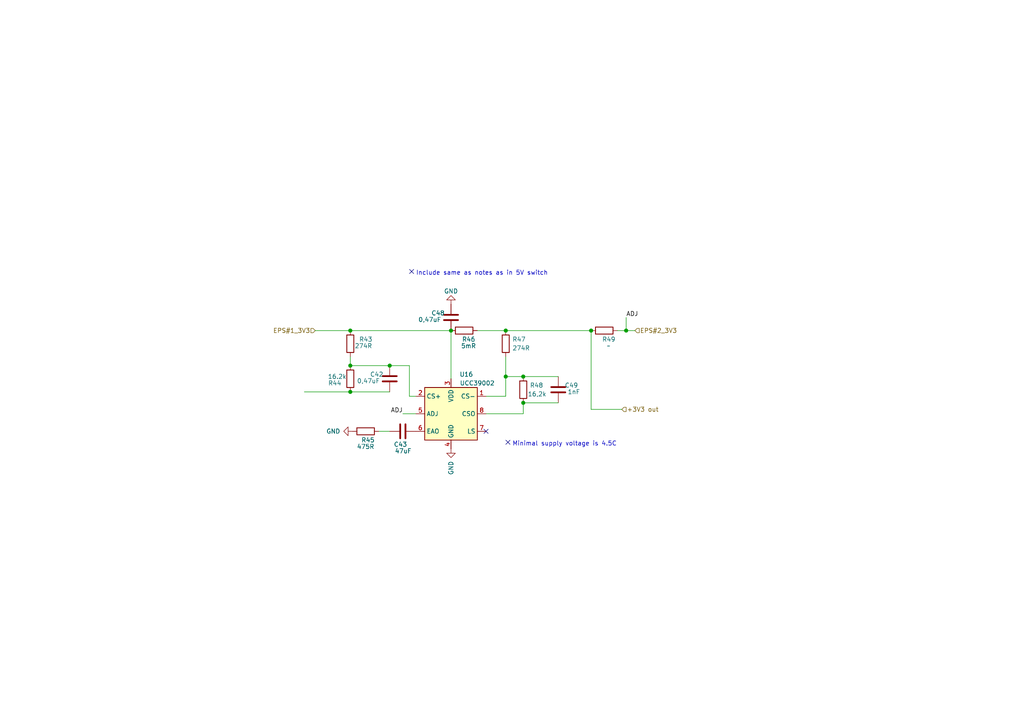
<source format=kicad_sch>
(kicad_sch (version 20210621) (generator eeschema)
  (paper "A4")
  (lib_symbols
    (symbol "Device:C" (pin_numbers hide) (pin_names (offset 0.254))
      (property "Reference" "C" (at 0.635 2.54 0))
      (property "Value" "C" (at 0.635 -2.54 0))
      (symbol "C_0_1"
        (polyline (pts (xy -2.032 -0.762) (xy 2.032 -0.762)) (stroke (width 0.508)))
        (polyline (pts (xy -2.032 0.762) (xy 2.032 0.762)) (stroke (width 0.508)))
      )
      (symbol "C_1_1"
        (pin passive line (at 0 3.81 270) (length 2.794) (name "~") (number "1"))
        (pin passive line (at 0 -3.81 90) (length 2.794) (name "~") (number "2"))
      )
    )
    (symbol "Device:R" (pin_numbers hide) (pin_names (offset 0))
      (property "Reference" "R" (at 2.032 0 90))
      (property "Value" "R" (at 0 0 90))
      (symbol "R_0_1"
        (rectangle (start -1.016 -2.54) (end 1.016 2.54) (stroke (width 0.254)))
      )
      (symbol "R_1_1"
        (pin passive line (at 0 3.81 270) (length 1.27) (name "~") (number "1"))
        (pin passive line (at 0 -3.81 90) (length 1.27) (name "~") (number "2"))
      )
    )
    (symbol "Power_Management:UCC39002D"
      (property "Reference" "U" (at -6.35 8.89 0))
      (property "Value" "UCC39002D" (at 2.54 8.89 0))
      (symbol "UCC39002D_0_1"
        (rectangle (start -7.62 7.62) (end 7.62 -7.62) (stroke (width 0.254)) (fill (type background)))
      )
      (symbol "UCC39002D_1_1"
        (pin input line (at 10.16 5.08 180) (length 2.54) (name "CS-") (number "1"))
        (pin input line (at -10.16 5.08 0) (length 2.54) (name "CS+") (number "2"))
        (pin power_in line (at 0 10.16 270) (length 2.54) (name "VDD") (number "3"))
        (pin power_in line (at 0 -10.16 90) (length 2.54) (name "GND") (number "4"))
        (pin open_collector line (at -10.16 0 0) (length 2.54) (name "ADJ") (number "5"))
        (pin passive line (at -10.16 -5.08 0) (length 2.54) (name "EAO") (number "6"))
        (pin passive line (at 10.16 -5.08 180) (length 2.54) (name "LS") (number "7"))
        (pin output line (at 10.16 0 180) (length 2.54) (name "CSO") (number "8"))
      )
    )
    (symbol "power:GND" (power) (pin_names (offset 0))
      (property "Value" "GND" (at 0 -3.81 0))
      (symbol "GND_0_1"
        (polyline (pts (xy 0 0) (xy 0 -1.27) (xy 1.27 -1.27) (xy 0 -2.54) (xy -1.27 -1.27) (xy 0 -1.27)))
      )
      (symbol "GND_1_1"
        (pin power_in line (at 0 0 270) (length 0) hide (name "GND") (number "1"))
      )
    )
  )
  (junction (at 101.6 95.885) (diameter 1.016))
  (junction (at 101.6 106.045) (diameter 1.016))
  (junction (at 101.6 113.665) (diameter 1.016))
  (junction (at 113.03 106.045) (diameter 1.016))
  (junction (at 130.81 95.885) (diameter 1.016))
  (junction (at 146.685 95.885) (diameter 1.016))
  (junction (at 146.685 109.22) (diameter 1.016))
  (junction (at 151.765 109.22) (diameter 1.016))
  (junction (at 151.765 116.84) (diameter 1.016))
  (junction (at 171.45 95.885) (diameter 1.016))
  (junction (at 181.61 95.885) (diameter 1.016))
  (no_connect (at 119.38 78.74))
  (no_connect (at 140.97 125.095))
  (no_connect (at 147.32 128.27))
  (wire (pts (xy 88.265 113.665) (xy 101.6 113.665)))
  (wire (pts (xy 101.6 95.885) (xy 91.44 95.885)))
  (wire (pts (xy 101.6 103.505) (xy 101.6 106.045)))
  (wire (pts (xy 101.6 106.045) (xy 113.03 106.045)))
  (wire (pts (xy 101.6 113.665) (xy 113.03 113.665)))
  (wire (pts (xy 109.855 125.095) (xy 113.03 125.095)))
  (wire (pts (xy 113.03 106.045) (xy 118.745 106.045)))
  (wire (pts (xy 116.84 120.015) (xy 120.65 120.015)))
  (wire (pts (xy 118.745 114.935) (xy 118.745 106.045)))
  (wire (pts (xy 120.65 114.935) (xy 118.745 114.935)))
  (wire (pts (xy 130.81 95.885) (xy 101.6 95.885)))
  (wire (pts (xy 130.81 109.855) (xy 130.81 95.885)))
  (wire (pts (xy 138.43 95.885) (xy 146.685 95.885)))
  (wire (pts (xy 140.97 114.935) (xy 146.685 114.935)))
  (wire (pts (xy 140.97 120.015) (xy 151.765 120.015)))
  (wire (pts (xy 146.685 95.885) (xy 171.45 95.885)))
  (wire (pts (xy 146.685 103.505) (xy 146.685 109.22)))
  (wire (pts (xy 146.685 109.22) (xy 146.685 114.935)))
  (wire (pts (xy 146.685 109.22) (xy 151.765 109.22)))
  (wire (pts (xy 151.765 109.22) (xy 161.925 109.22)))
  (wire (pts (xy 151.765 116.84) (xy 161.925 116.84)))
  (wire (pts (xy 151.765 120.015) (xy 151.765 116.84)))
  (wire (pts (xy 171.45 95.885) (xy 171.45 118.745)))
  (wire (pts (xy 171.45 118.745) (xy 180.34 118.745)))
  (wire (pts (xy 179.07 95.885) (xy 181.61 95.885)))
  (wire (pts (xy 181.61 92.075) (xy 181.61 95.885)))
  (wire (pts (xy 181.61 95.885) (xy 184.15 95.885)))
  (text "Include same as notes as in 5V switch" (at 120.65 80.01 0) (effects (font (size 1.27 1.27)) (justify left bottom)))
  (text "Minimal supply voltage is 4.5C" (at 148.59 129.54 0) (effects (font (size 1.27 1.27)) (justify left bottom)))
  (label "ADJ" (at 116.84 120.015 180))
  (label "ADJ" (at 181.61 92.075 0))
  (hierarchical_label "EPS#1_3V3" (shape input) (at 91.44 95.885 180))
  (hierarchical_label "+3V3 out" (shape input) (at 180.34 118.745 0))
  (hierarchical_label "EPS#2_3V3" (shape input) (at 184.15 95.885 0))
  (symbol (lib_id "power:GND") (at 102.235 125.095 270) (unit 1)
    (property "Reference" "#PWR0141" (effects hide))
    (property "Value" "GND" (at 94.615 125.0949 90) (effects (justify left)))
  )
  (symbol (lib_id "power:GND") (at 130.81 88.265 180) (unit 1)
    (property "Reference" "#PWR0140" (effects hide))
    (property "Value" "GND" (at 130.81 84.455 0))
  )
  (symbol (lib_id "power:GND") (at 130.81 130.175 0) (unit 1)
    (property "Reference" "#PWR0142" (effects hide))
    (property "Value" "GND" (at 130.8099 137.795 90) (effects (justify left)))
  )
  (symbol (lib_id "Device:R") (at 101.6 99.695 0) (unit 1)
    (property "Reference" "R43" (at 104.1401 98.425 0) (effects (justify left)))
    (property "Value" "274R" (at 105.41 100.33 0))
  )
  (symbol (lib_id "Device:R") (at 101.6 109.855 180) (unit 1)
    (property "Reference" "R44" (at 99.0599 111.125 0) (effects (justify left)))
    (property "Value" "16.2k" (at 97.79 109.22 0))
  )
  (symbol (lib_id "Device:R") (at 106.045 125.095 270) (unit 1)
    (property "Reference" "R45" (at 104.7751 127.635 90) (effects (justify left)))
    (property "Value" "475R" (at 106.045 129.54 90))
  )
  (symbol (lib_id "Device:R") (at 134.62 95.885 270) (unit 1)
    (property "Reference" "R46" (at 133.9851 98.425 90) (effects (justify left)))
    (property "Value" "5mR" (at 135.89 100.33 90))
  )
  (symbol (lib_id "Device:R") (at 146.685 99.695 0) (unit 1)
    (property "Reference" "R47" (at 148.59 98.4249 0) (effects (justify left)))
    (property "Value" "274R" (at 148.59 100.9649 0) (effects (justify left)))
  )
  (symbol (lib_id "Device:R") (at 151.765 113.03 0) (unit 1)
    (property "Reference" "R48" (at 153.67 111.7599 0) (effects (justify left)))
    (property "Value" "16,2k" (at 153.035 114.2999 0) (effects (justify left)))
  )
  (symbol (lib_id "Device:R") (at 175.26 95.885 270) (unit 1)
    (property "Reference" "R49" (at 174.6251 98.425 90) (effects (justify left)))
    (property "Value" "~" (at 176.53 100.33 90))
  )
  (symbol (lib_id "Device:C") (at 113.03 109.855 180) (unit 1)
    (property "Reference" "C42" (at 107.315 108.5849 0) (effects (justify right)))
    (property "Value" "0,47uF" (at 103.505 110.4899 0) (effects (justify right)))
  )
  (symbol (lib_id "Device:C") (at 116.84 125.095 270) (unit 1)
    (property "Reference" "C43" (at 118.1099 128.905 90) (effects (justify right)))
    (property "Value" "47uF" (at 119.3799 130.81 90) (effects (justify right)))
  )
  (symbol (lib_id "Device:C") (at 130.81 92.075 180) (unit 1)
    (property "Reference" "C48" (at 125.095 90.8049 0) (effects (justify right)))
    (property "Value" "0,47uF" (at 121.285 92.7099 0) (effects (justify right)))
  )
  (symbol (lib_id "Device:C") (at 161.925 113.03 180) (unit 1)
    (property "Reference" "C49" (at 165.735 111.76 0))
    (property "Value" "1nF" (at 168.275 113.665 0) (effects (justify left)))
  )
  (symbol (lib_id "Power_Management:UCC39002D") (at 130.81 120.015 0) (unit 1)
    (property "Reference" "U16" (at 135.255 108.585 0))
    (property "Value" "UCC39002" (at 133.35 111.125 0) (effects (justify left)))
    (property "Datasheet" "http://www.ti.com/lit/ds/slus495i/slus495i.pdf" (effects hide))
  )
)
</source>
